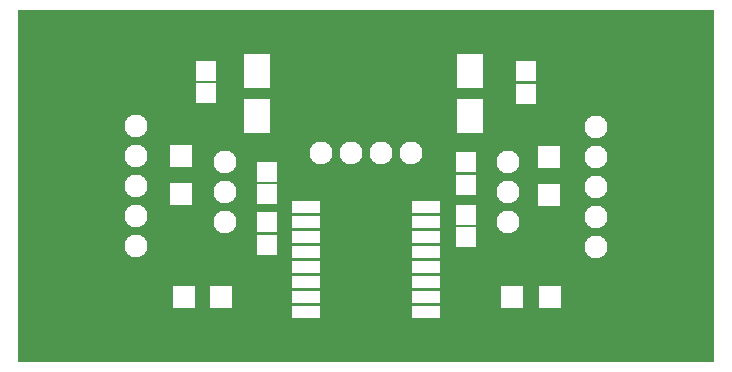
<source format=gbr>
G04 FreePCB version 1.355*
G04 C:\FcPoly-Ttest\top_solder_mask.grb*
G04 top solder mask layer *
G04 Scale: 100 percent, Rotated: No, Reflected: No *
G04 Converted by FpcPoly Version 1.13R on Wed May 15 18:47:10 2019 *

%FSLAX24Y24*%
%MOIN*%
%LN top solder mask *%
G04 Rounded Rectangle Macro, params: W/2, H/2, R *
%AMRNDREC*
21,1,$1+$1,$2+$2-$3-$3,0,0,0*
21,1,$1+$1-$3-$3,$2+$2,0,0,0*
1,1,$3+$3,$1-$3,$2-$3*
1,1,$3+$3,$3-$1,$2-$3*
1,1,$3+$3,$1-$3,$3-$2*
1,1,$3+$3,$3-$1,$3-$2*%
G04 Rectangular Thermal Macro, params: W/2, H/2, T/2 *
%AMRECTHERM*
$4=$3/2*
21,1,$1-$3,$2-$3,0-$1/2-$4,0-$2/2-$4,0*
21,1,$1-$3,$2-$3,0-$1/2-$4,$2/2+$4,0*
21,1,$1-$3,$2-$3,$1/2+$4,0-$2/2-$4,0*
21,1,$1-$3,$2-$3,$1/2+$4,$2/2+$4,0*%
%ADD10C,0.005000*%
%ADD11C,0.076000*%
%ADD12R,0.066000X0.066000*%
%ADD13R,0.086000X0.118000*%
%ADD14R,0.096000X0.040000*%
%ADD15R,0.076000X0.076000*%

%LPD*%

G04 Begin outline 1 *

G36*
X0Y11800D02*
X23250Y11800D01*
G04 end of side 1*
X23250Y0D01*
G04 end of side 2*
X0Y0D01*
G04 end of side 3*
X0Y11800D01*

G37*
G04 End outline 1 *

%LPC*%

G54D10*
X0Y11800D02*
X23250Y11800D01*
G04 end of side 1*
X23250Y0D01*
G04 end of side 2*
X0Y0D01*
G04 end of side 3*
X0Y11800D01*

G04 -------------- Draw Parts, Pads, Traces, Vias and Text (positive)*
G04 Draw part J1*
G54D11*
X3960Y7900D03*
X3960Y6900D03*
X3960Y5900D03*
X3960Y4900D03*
X3960Y3900D03*
G04 Draw part C1*
G54D12*
X6280Y9000D03*
X6280Y9750D03*
G04 Draw part C2*
G54D13*
X8000Y8240D03*
X8000Y9740D03*
G04 Draw part U1*
G54D14*
X9630Y5200D03*
X9630Y4700D03*
X9630Y4200D03*
X9630Y3700D03*
X9630Y3200D03*
X9630Y2700D03*
X9630Y2200D03*
X9630Y1700D03*
X13630Y1700D03*
X13630Y2200D03*
X13630Y2700D03*
X13630Y3200D03*
X13630Y3700D03*
X13630Y4200D03*
X13630Y4700D03*
X13630Y5200D03*
G04 Draw part C3*
G54D12*
X8320Y4700D03*
X8320Y3950D03*
G04 Draw part C4*
X8320Y6380D03*
X8320Y5630D03*
G04 Draw part C5*
X14950Y6700D03*
X14950Y5950D03*
G04 Draw part C6*
X14950Y4950D03*
X14950Y4200D03*
G04 Draw part R1*
G54D15*
X5440Y5650D03*
X5440Y6900D03*
G04 Draw part R2*
X6800Y2200D03*
X5550Y2200D03*
G04 Draw part R3*
X17720Y6860D03*
X17720Y5610D03*
G04 Draw part R4*
X17740Y2200D03*
X16490Y2200D03*
G04 Draw part J2*
G54D11*
X19280Y7860D03*
X19280Y6860D03*
X19280Y5860D03*
X19280Y4860D03*
X19280Y3860D03*
G04 Draw part C7*
G54D12*
X16960Y8980D03*
X16960Y9730D03*
G04 Draw part C8*
G54D13*
X15100Y8240D03*
X15100Y9740D03*
G04 Draw part J3*
G54D11*
X16340Y6700D03*
X16340Y5700D03*
X16340Y4700D03*
G04 Draw part J4*
X6920Y6700D03*
X6920Y5700D03*
X6920Y4700D03*
G04 Draw part U2*
X10130Y7000D03*
X11130Y7000D03*
X12130Y7000D03*
X13130Y7000D03*

G04 Draw traces*

G04 Draw Text*

G04 Draw solder mask cutouts*

M00*
M02*

</source>
